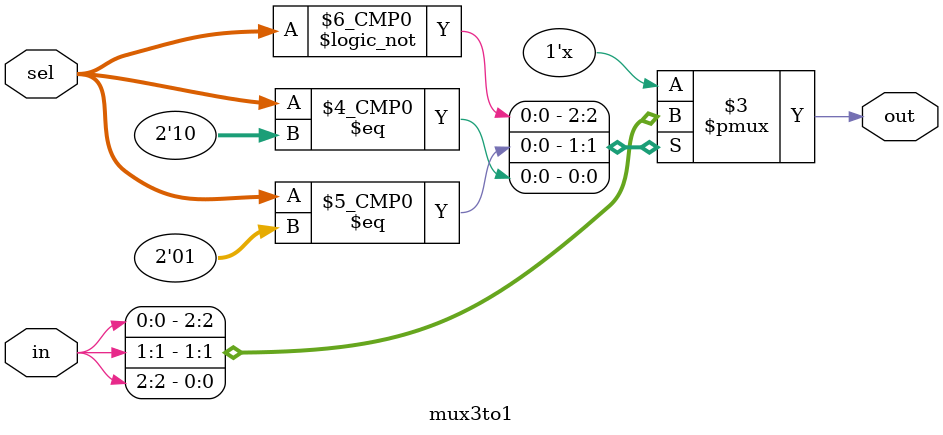
<source format=sv>
module mux3to1(input logic [2:0] in,
			   input logic [1:0] sel,
			   output logic out);
	  
always_comb begin
	case(sel)
		2'b00 : out = in[0];
		2'b01 : out = in[1];	
		2'b10 : out = in[2]; 
	endcase
end		
		
endmodule

</source>
